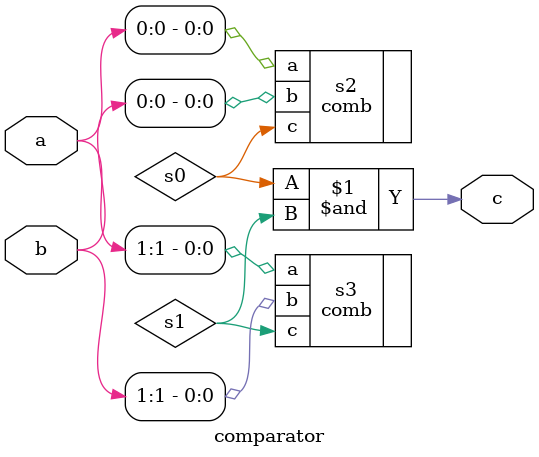
<source format=sv>
module comparator(
    input logic[1:0] a,
    input logic[1:0] b,
    output logic c
);

logic s0, s1;

comb s2(.a(a[0]), .b(b[0]), .c(s0));
comb s3(.a(a[1]), .b(b[1]), .c(s1));

assign c = s0&s1;
endmodule
</source>
